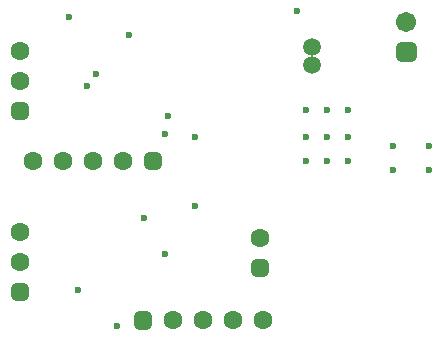
<source format=gbs>
G04 Generated by Ultiboard 14.1 *
%FSLAX24Y24*%
%MOIN*%

%ADD10C,0.0001*%
%ADD11C,0.0633*%
%ADD12R,0.0208X0.0208*%
%ADD13C,0.0392*%
%ADD14C,0.0236*%
%ADD15C,0.0674*%
%ADD16R,0.0320X0.0320*%
%ADD17C,0.0350*%
%ADD18C,0.0591*%


G04 ColorRGB 9900CC for the following layer *
%LNSolder Mask Bottom*%
%LPD*%
G54D10*
G54D11*
X780Y10830D03*
X780Y11830D03*
X5880Y8890D03*
X6880Y8890D03*
X8880Y8890D03*
X7880Y8890D03*
X8780Y11640D03*
X780Y16880D03*
X780Y17880D03*
X4210Y14200D03*
X3210Y14200D03*
X1210Y14200D03*
X2210Y14200D03*
G54D12*
X780Y9830D03*
X4880Y8890D03*
X8780Y10640D03*
X780Y15880D03*
X5210Y14200D03*
G54D13*
X676Y9726D02*
X884Y9726D01*
X884Y9934D01*
X676Y9934D01*
X676Y9726D01*D02*
X4776Y8786D02*
X4984Y8786D01*
X4984Y8994D01*
X4776Y8994D01*
X4776Y8786D01*D02*
X8676Y10536D02*
X8884Y10536D01*
X8884Y10744D01*
X8676Y10744D01*
X8676Y10536D01*D02*
X676Y15776D02*
X884Y15776D01*
X884Y15984D01*
X676Y15984D01*
X676Y15776D01*D02*
X5106Y14096D02*
X5314Y14096D01*
X5314Y14304D01*
X5106Y14304D01*
X5106Y14096D01*D02*
G54D14*
X6600Y12700D03*
X4900Y12300D03*
X2700Y9900D03*
X4000Y8700D03*
X5600Y11100D03*
X2400Y19000D03*
X14400Y13900D03*
X4400Y18400D03*
X10000Y19200D03*
X3000Y16700D03*
X5600Y15100D03*
X6600Y15000D03*
X5700Y15700D03*
X3300Y17100D03*
X13200Y14700D03*
X14400Y14700D03*
X13200Y13900D03*
X10300Y15900D03*
X10300Y14200D03*
X10300Y15000D03*
X11000Y14200D03*
X11000Y15000D03*
X11000Y15900D03*
X11700Y14200D03*
X11700Y15000D03*
X11700Y15900D03*
G54D15*
X13650Y18850D03*
G54D16*
X13650Y17850D03*
G54D17*
X13490Y17690D02*
X13810Y17690D01*
X13810Y18010D01*
X13490Y18010D01*
X13490Y17690D01*D02*
G54D18*
X10500Y18000D03*
X10500Y17400D03*

M02*

</source>
